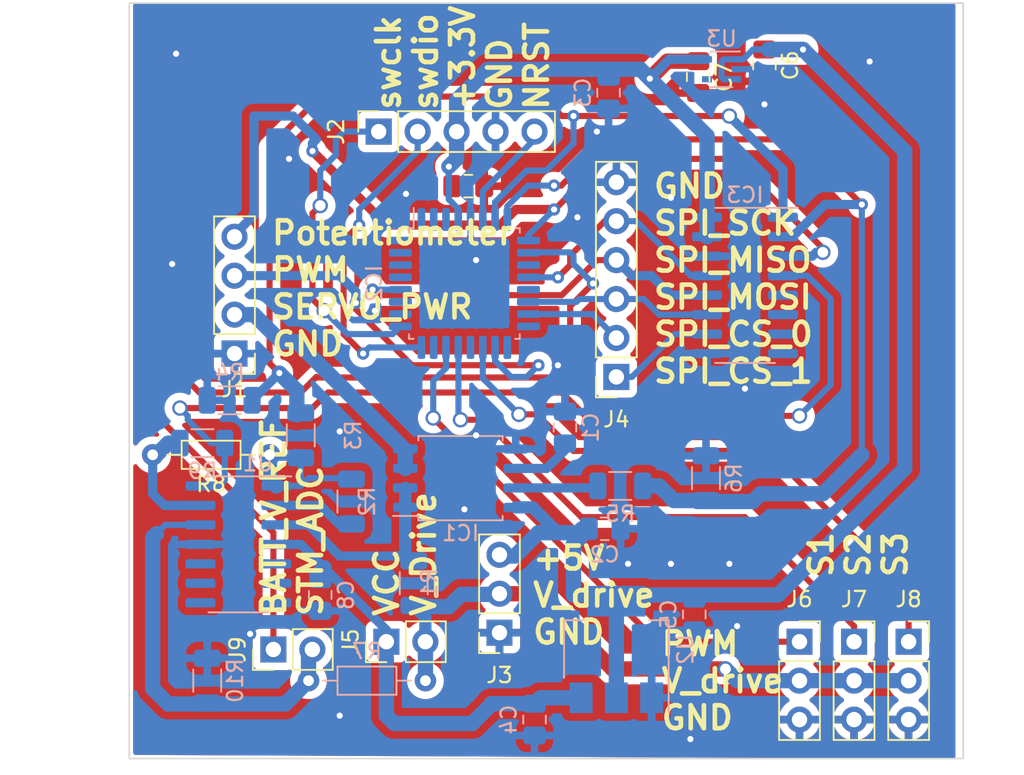
<source format=kicad_pcb>
(kicad_pcb (version 20221018) (generator pcbnew)
  (layers (0 "F.Cu" signal) (31 "B.Cu" signal) (34 "B.Paste" user) (35 "F.Paste" user) (36 "B.SilkS" user "B.Silkscreen") (37 "F.SilkS" user "F.Silkscreen") (38 "B.Mask" user) (39 "F.Mask" user) (44 "Edge.Cuts" user))
  (net 0 "")
  (net 1 "Net-(IC1-FILT)")
  (net 2 "GND")
  (net 3 "+5V")
  (net 4 "+3.3V")
  (net 5 "SWDIO")
  (net 6 "SWCLK")
  (net 7 "NRST")
  (net 8 "Vdrive")
  (net 9 "SERVO_PWR_CS")
  (net 10 "Net-(U1A--)")
  (net 11 "Net-(R2-Pad2)")
  (net 12 "R_CURRENT_SENSOR")
  (net 13 "Net-(IC1-VOUT)")
  (net 14 "HALL_CURRENT_SENSOR")
  (net 15 "SERVO_PWR")
  (net 16 "/SERVO_PWM_1")
  (net 19 "SERVO_POTENTIOMETER")
  (net 20 "V_REF")
  (net 22 "SPI_SCK")
  (net 25 "SPI_MOSI")
  (net 26 "SPI_CS_0")
  (net 30 "/servo/SERVO_PWM_3")
  (net 32 "/servo/SERVO_PWM_2")
  (net 33 "/servo/SERVO_PWM_1")
  (net 36 "SPI_MISO")
  (net 40 "SERVO_PWM")
  (net 41 "R_2_CURRENT_SENSOR")
  (net 46 "SPI_CS_1")
  (net 47 "VCC")
  (net 49 "Net-(J9-Pin_2)")
  (net 50 "Net-(U1D--)")
  (footprint "Capacitor_SMD:C_0805_2012Metric_Pad1.18x1.45mm_HandSolder" (layer "F.Cu") (at 46.228 42.672 180)
    (fp_text reference "C9" hide)
    (fp_text value "10uF")
  )
  (footprint "Connector_PinSocket_2.54mm:PinSocket_1x03_P2.54mm_Vertical" (layer "F.Cu") (at 74.93 72.39)
    (fp_text reference "J8")
    (fp_text value "Conn_01x03_Socket")
  )
  (footprint "Connector_PinSocket_2.54mm:PinSocket_1x06_P2.54mm_Vertical" (layer "F.Cu") (at 55.88 55.118 180)
    (fp_text reference "J4")
    (fp_text value "Conn_01x06_Female" hide)
  )
  (footprint "Capacitor_SMD:C_0805_2012Metric_Pad1.18x1.45mm_HandSolder" (layer "F.Cu") (at 65.532 34.798 -90)
    (fp_text reference "C6")
    (fp_text value "1uF")
  )
  (footprint "Connector_PinSocket_2.54mm:PinSocket_1x03_P2.54mm_Vertical" (layer "F.Cu") (at 67.818 72.39)
    (fp_text reference "J6")
    (fp_text value "Conn_01x03_Socket")
  )
  (footprint "Capacitor_SMD:C_0805_2012Metric_Pad1.18x1.45mm_HandSolder" (layer "F.Cu") (at 61.214 35.56 -90)
    (fp_text reference "C7")
    (fp_text value "1uF")
  )
  (footprint "Connector_PinSocket_2.54mm:PinSocket_1x05_P2.54mm_Vertical" (layer "F.Cu") (at 40.386 39.116 90)
    (fp_text reference "J2")
    (fp_text value "Conn_01x05_Female")
  )
  (footprint "Connector_PinSocket_2.54mm:PinSocket_1x03_P2.54mm_Vertical" (layer "F.Cu") (at 48.26 71.802 180)
    (fp_text reference "J3")
    (fp_text value "Conn_01x03_Female")
  )
  (footprint "Connector_PinHeader_2.54mm:PinHeader_1x02_P2.54mm_Vertical" (layer "F.Cu") (at 40.889 72.39 90)
    (fp_text reference "J5")
    (fp_text value "Conn_01x02_Pin")
  )
  (footprint "Resistor_THT:R_Axial_DIN0204_L3.6mm_D1.6mm_P7.62mm_Horizontal" (layer "F.Cu") (at 33.274 60.198 180)
    (fp_text reference "R8")
    (fp_text value "R")
  )
  (footprint "Connector_PinHeader_2.54mm:PinHeader_1x02_P2.54mm_Vertical" (layer "F.Cu") (at 33.523 72.898 90)
    (fp_text reference "J9")
    (fp_text value "Conn_01x02_Pin")
  )
  (footprint "Connector_PinSocket_2.54mm:PinSocket_1x03_P2.54mm_Vertical" (layer "F.Cu") (at 71.374 72.39)
    (fp_text reference "J7")
    (fp_text value "Conn_01x03_Socket")
  )
  (footprint "Connector_PinHeader_2.54mm:PinHeader_1x04_P2.54mm_Vertical" (layer "F.Cu") (at 30.988 53.594 180)
    (fp_text reference "J1")
    (fp_text value "Conn_01x04_Male")
  )
  (footprint "Package_QFP:LQFP-32_7x7mm_P0.8mm" (layer "B.Cu") (at 45.974 49.022 -90)
    (fp_text reference "IC2")
    (fp_text value "STM32G030K8T6")
  )
  (footprint "Resistor_SMD:R_1206_3216Metric" (layer "B.Cu") (at 56.134 62.23)
    (fp_text reference "R5")
    (fp_text value "R")
  )
  (footprint "Resistor_SMD:R_1206_3216Metric" (layer "B.Cu") (at 38.608 63.246 90)
    (fp_text reference "R2")
    (fp_text value "R")
  )
  (footprint "Capacitor_SMD:C_0805_2012Metric_Pad1.18x1.45mm_HandSolder" (layer "B.Cu") (at 55.118 65.024)
    (fp_text reference "C2")
    (fp_text value "1uF")
  )
  (footprint "Capacitor_SMD:C_0805_2012Metric_Pad1.18x1.45mm_HandSolder" (layer "B.Cu") (at 50.546 77.47 -90)
    (fp_text reference "C4")
    (fp_text value "22uF")
  )
  (footprint "Package_SO:SOIC-16_3.9x9.9mm_P1.27mm" (layer "B.Cu") (at 64.267 49.149 180)
    (fp_text reference "IC3")
    (fp_text value "MCP3008-I_SL")
  )
  (footprint "Resistor_SMD:R_1206_3216Metric" (layer "B.Cu") (at 35.306 58.928 90)
    (fp_text reference "R3")
    (fp_text value "R")
  )
  (footprint "Resistor_SMD:R_1206_3216Metric" (layer "B.Cu") (at 42.672 68.58 90)
    (fp_text reference "R1")
    (fp_text value "R" hide)
  )
  (footprint "Resistor_SMD:R_1206_3216Metric" (layer "B.Cu") (at 30.6725 56.642 180)
    (fp_text reference "R4")
    (fp_text value "R")
  )
  (footprint "Package_TO_SOT_SMD:SOT-353_SC-70-5" (layer "B.Cu") (at 62.738 35.052 180)
    (fp_text reference "U3")
    (fp_text value "LD29150DT33R")
  )
  (footprint "Resistor_SMD:R_1206_3216Metric" (layer "B.Cu") (at 28.8945 59.436)
    (fp_text reference "R9")
    (fp_text value "R")
  )
  (footprint "Resistor_THT:R_Axial_DIN0204_L3.6mm_D1.6mm_P7.62mm_Horizontal" (layer "B.Cu") (at 43.434 74.93 180)
    (fp_text reference "R7")
    (fp_text value "R")
  )
  (footprint "Capacitor_SMD:C_0805_2012Metric_Pad1.18x1.45mm_HandSolder" (layer "B.Cu") (at 52.529 58.42 90)
    (fp_text reference "C1")
    (fp_text value "1nF")
  )
  (footprint "Resistor_SMD:R_1206_3216Metric" (layer "B.Cu") (at 29.21 74.93 90)
    (fp_text reference "R10")
    (fp_text value "R")
  )
  (footprint "Package_SO:SOIC-8_5.275x5.275mm_P1.27mm" (layer "B.Cu") (at 45.72 61.722)
    (fp_text reference "IC1")
    (fp_text value "MCS1802GS-05-Z")
  )
  (footprint "Resistor_SMD:R_1206_3216Metric" (layer "B.Cu") (at 61.722 61.722 90)
    (fp_text reference "R6")
    (fp_text value "R")
  )
  (footprint "Capacitor_SMD:C_0805_2012Metric_Pad1.18x1.45mm_HandSolder" (layer "B.Cu") (at 36.576 69.342 90)
    (fp_text reference "C8")
    (fp_text value "1uF")
  )
  (footprint "Package_SO:SOIC-14_3.9x8.7mm_P1.27mm" (layer "B.Cu") (at 31.242 66.04 180)
    (fp_text reference "U1")
    (fp_text value "LM2902")
  )
  (footprint "Package_TO_SOT_SMD:SOT-223-3_TabPin2" (layer "B.Cu") (at 55.88 72.898 90)
    (fp_text reference "U2")
    (fp_text value "AZ1117CH-5.0TRG1")
  )
  (footprint "Capacitor_SMD:C_0805_2012Metric_Pad1.18x1.45mm_HandSolder" (layer "B.Cu") (at 60.96 70.612 -90)
    (fp_text reference "C5")
    (fp_text value "22uF")
  )
  (footprint "Capacitor_SMD:C_0805_2012Metric_Pad1.18x1.45mm_HandSolder" (layer "B.Cu") (at 55.372 36.576 -90)
    (fp_text reference "C3")
    (fp_text value "0,1uF")
  )
  (gr_rect (start 24.13 30.734) (end 78.486 80.01) (stroke (width 0.1)) (fill none) (layer "Edge.Cuts"))
  (gr_text "BATT_V_REF\nSTM_ADC" (at 36.83 70.866 90) (layer "F.SilkS") (effects (font (size 1.5 1.5) (thickness 0.3) bold) (justify left bottom)))
  (gr_text "S1\nS2\nS3" (at 74.93 68.326 90) (layer "F.SilkS") (effects (font (size 1.5 1.5) (thickness 0.3) bold) (justify left bottom)))
  (gr_text "PWM\nV_drive\nGND" (at 58.674 78.232) (layer "F.SilkS") (effects (font (size 1.5 1.5) (thickness 0.3) bold) (justify left bottom)))
  (gr_text "VCC\nV_Drive\n" (at 44.196 70.866 90) (layer "F.SilkS") (effects (font (size 1.5 1.5) (thickness 0.3) bold) (justify left bottom)))
  (gr_text "+5V\nV_drive\nGND" (at 50.292 72.644) (layer "F.SilkS") (effects (font (size 1.5 1.5) (thickness 0.3) bold) (justify left bottom)))
  (gr_text "Potentiometer\nPWM\nSERVO_PWR\nGND" (at 33.274 53.848) (layer "F.SilkS") (effects (font (size 1.5 1.5) (thickness 0.3) bold) (justify left bottom)))
  (gr_text "GND\nSPI_SCK\nSPI_MISO\nSPI_MOSI\nSPI_CS_0\nSPI_CS_1" (at 58.166 55.626) (layer "F.SilkS") (effects (font (size 1.5 1.5) (thickness 0.3) bold) (justify left bottom)))
  (gr_text "swclk\nswdio\n+3.3V\nGND\nNRST" (at 51.562 37.846 90) (layer "F.SilkS") (effects (font (size 1.5 1.5) (thickness 0.3) bold) (justify left bottom)))
  (segment (start 49.32 61.087) (end 51.337 61.087) (width 0.6) (layer "B.Cu") (net 1))
  (segment (start 51.337 61.087) (end 52.529 59.895) (width 0.6) (layer "B.Cu") (net 1))
  (via (at 46.736 47.498) (size 0.8) (drill 0.4) (layers "F.Cu" "B.Cu") (net 2))
  (via (at 27.178 34.036) (size 0.8) (drill 0.4) (layers "F.Cu" "B.Cu") (net 2))
  (via (at 40.132 50.8) (size 0.8) (drill 0.4) (layers "F.Cu" "B.Cu") (net 2))
  (via (at 37.846 58.674) (size 0.8) (drill 0.4) (layers "F.Cu" "B.Cu") (net 2))
  (via (at 72.39 34.544) (size 0.8) (drill 0.4) (layers "F.Cu" "B.Cu") (net 2))
  (via (at 46.736 58.928) (size 0.8) (drill 0.4) (layers "F.Cu" "B.Cu") (net 2))
  (via (at 59.436 43.434) (size 0.8) (drill 0.4) (layers "F.Cu" "B.Cu") (net 2))
  (via (at 37.846 77.216) (size 0.8) (drill 0.4) (layers "F.Cu" "B.Cu") (net 2))
  (via (at 45.974 63.754) (size 0.8) (drill 0.4) (layers "F.Cu" "B.Cu") (net 2))
  (via (at 64.262 55.88) (size 0.8) (drill 0.4) (layers "F.Cu" "B.Cu") (net 2))
  (via (at 32.004 71.882) (size 0.8) (drill 0.4) (layers "F.Cu" "B.Cu") (net 2))
  (via (at 63.246 67.31) (size 0.8) (drill 0.4) (layers "F.Cu" "B.Cu") (net 2))
  (via (at 53.34 44.704) (size 0.8) (drill 0.4) (layers "F.Cu" "B.Cu") (net 2))
  (via (at 26.924 47.752) (size 0.8) (drill 0.4) (layers "F.Cu" "B.Cu") (net 2))
  (via (at 60.706 78.74) (size 0.8) (drill 0.4) (layers "F.Cu" "B.Cu") (net 2))
  (via (at 63.754 71.374) (size 0.8) (drill 0.4) (layers "F.Cu" "B.Cu") (net 2))
  (via (at 65.532 37.338) (size 0.8) (drill 0.4) (layers "F.Cu" "B.Cu") (net 2))
  (via (at 54.61 39.116) (size 0.8) (drill 0.4) (layers "F.Cu" "B.Cu") (net 2))
  (via (at 42.164 43.18) (size 0.8) (drill 0.4) (layers "F.Cu" "B.Cu") (net 2))
  (via (at 56.642 67.31) (size 0.8) (drill 0.4) (layers "F.Cu" "B.Cu") (net 2))
  (via (at 52.07 54.356) (size 0.8) (drill 0.4) (layers "F.Cu" "B.Cu") (net 2))
  (via (at 59.436 67.31) (size 0.8) (drill 0.4) (layers "F.Cu" "B.Cu") (net 2))
  (via (at 34.544 40.894) (size 0.8) (drill 0.4) (layers "F.Cu" "B.Cu") (net 2))
  (segment (start 46.374 44.847) (end 46.374 46.12) (width 0.4) (layer "B.Cu") (net 2))
  (segment (start 60.706 47.244) (end 60.198 46.736) (width 0.4) (layer "B.Cu") (net 2))
  (segment (start 63.688 35.052) (end 65.0025 35.052) (width 0.4) (layer "B.Cu") (net 2))
  (segment (start 61.792 47.244) (end 60.706 47.244) (width 0.4) (layer "B.Cu") (net 2))
  (segment (start 46.374 44.847) (end 46.374 42.818) (width 0.4) (layer "B.Cu") (net 2))
  (segment (start 65.0025 35.052) (end 65.786 35.8355) (width 0.4) (layer "B.Cu") (net 2))
  (segment (start 46.374 42.818) (end 46.228 42.672) (width 0.4) (layer "B.Cu") (net 2))
  (segment (start 46.374 46.12) (end 46.482 46.228) (width 0.4) (layer "B.Cu") (net 2))
  (segment (start 65.532 33.7605) (end 68.0505 33.7605) (width 1) (layer "F.Cu") (net 3))
  (via (at 68.0505 33.7605) (size 0.8) (drill 0.4) (layers "F.Cu" "B.Cu") (net 3))
  (segment (start 65.786 33.7605) (end 64.7915 33.7605) (width 0.4) (layer "B.Cu") (net 3))
  (segment (start 50.419 63.627) (end 52.07 65.278) (width 0.8) (layer "B.Cu") (net 3))
  (segment (start 49.32 63.627) (end 50.419 63.627) (width 0.8) (layer "B.Cu") (net 3))
  (segment (start 64.15 34.402) (end 63.688 34.402) (width 0.4) (layer "B.Cu") (net 3))
  (segment (start 74.676 40.386) (end 68.0505 33.7605) (width 1) (layer "B.Cu") (net 3))
  (segment (start 53.086 69.342) (end 66.421 69.342) (width 1) (layer "B.Cu") (net 3))
  (segment (start 62.88 35.702) (end 63.688 35.702) (width 0.4) (layer "B.Cu") (net 3))
  (segment (start 53.086 66.0185) (end 53.086 69.342) (width 1) (layer "B.Cu") (net 3))
  (segment (start 62.738 34.544) (end 62.738 35.56) (width 0.4) (layer "B.Cu") (net 3))
  (segment (start 63.688 34.402) (end 62.88 34.402) (width 0.4) (layer "B.Cu") (net 3))
  (segment (start 62.738 35.56) (end 62.88 35.702) (width 0.4) (layer "B.Cu") (net 3))
  (segment (start 74.676 61.087) (end 74.676 40.386) (width 1) (layer "B.Cu") (net 3))
  (segment (start 49.276 66.802) (end 50.8 65.278) (width 1) (layer "B.Cu") (net 3))
  (segment (start 52.07 65.278) (end 52.324 65.278) (width 0.8) (layer "B.Cu") (net 3))
  (segment (start 62.88 34.402) (end 62.738 34.544) (width 0.4) (layer "B.Cu") (net 3))
  (segment (start 64.7915 33.7605) (end 64.15 34.402) (width 0.4) (layer "B.Cu") (net 3))
  (segment (start 55.88 76.302) (end 55.88 70.002) (width 1) (layer "B.Cu") (net 3))
  (segment (start 52.324 65.278) (end 53.389 65.278) (width 1) (layer "B.Cu") (net 3))
  (segment (start 66.421 69.342) (end 74.676 61.087) (width 1) (layer "B.Cu") (net 3))
  (segment (start 53.389 65.278) (end 53.643 65.024) (width 1) (layer "B.Cu") (net 3))
  (segment (start 68.0505 33.7605) (end 65.786 33.7605) (width 1) (layer "B.Cu") (net 3))
  (segment (start 50.8 65.278) (end 52.324 65.278) (width 1) (layer "B.Cu") (net 3))
  (segment (start 54.0805 65.024) (end 53.086 66.0185) (width 1) (layer "B.Cu") (net 3))
  (segment (start 48.26 66.802) (end 49.276 66.802) (width 1) (layer "B.Cu") (net 3))
  (segment (start 44.958 41.402) (end 44.958 42.4395) (width 0.4) (layer "F.Cu") (net 4))
  (segment (start 44.958 42.4395) (end 45.1905 42.672) (width 0.4) (layer "F.Cu") (net 4))
  (segment (start 61.214 34.5225) (end 59.2035 34.5225) (width 1) (layer "F.Cu") (net 4))
  (segment (start 59.2035 34.5225) (end 58.0625 35.6635) (width 1) (layer "F.Cu") (net 4))
  (via (at 44.958 41.402) (size 0.8) (drill 0.4) (layers "F.Cu" "B.Cu") (net 4))
  (via (at 58.0625 35.6635) (size 0.8) (drill 0.4) (layers "F.Cu" "B.Cu") (net 4))
  (segment (start 59.324 34.402) (end 58.0625 35.6635) (width 0.6) (layer "B.Cu") (net 4))
  (segment (start 58.0625 35.6635) (end 61.792 39.393) (width 1) (layer "B.Cu") (net 4))
  (segment (start 44.958 42.164) (end 44.958 43.538538) (width 0.4) (layer "B.Cu") (net 4))
  (segment (start 45.466 39.116) (end 45.466 40.894) (width 1) (layer "B.Cu") (net 4))
  (segment (start 45.466 37.084) (end 47.498 35.052) (width 1) (layer "B.Cu") (net 4))
  (segment (start 44.958 43.538538) (end 45.574 44.154538) (width 0.4) (layer "B.Cu") (net 4))
  (segment (start 45.466 40.894) (end 44.958 41.402) (width 1) (layer "B.Cu") (net 4))
  (segment (start 61.788 34.402) (end 59.324 34.402) (width 0.6) (layer "B.Cu") (net 4))
  (segment (start 44.958 42.164) (end 44.958 41.402) (width 0.4) (layer "B.Cu") (net 4))
  (segment (start 61.792 39.393) (end 61.792 45.974) (width 1) (layer "B.Cu") (net 4))
  (segment (start 57.451 35.052) (end 58.0625 35.6635) (width 1) (layer "B.Cu") (net 4))
  (segment (start 45.466 39.116) (end 45.466 37.084) (width 1) (layer "B.Cu") (net 4))
  (segment (start 47.498 35.052) (end 57.451 35.052) (width 1) (layer "B.Cu") (net 4))
  (segment (start 45.574 44.154538) (end 45.574 44.847) (width 0.4) (layer "B.Cu") (net 4))
  (segment (start 39.116 45.212) (end 38.1 46.228) (width 0.4) (layer "F.Cu") (net 5))
  (segment (start 38.1 52.324) (end 39.37 53.594) (width 0.4) (layer "F.Cu") (net 5))
  (segment (start 38.1 46.228) (end 38.1 52.324) (width 0.4) (layer "F.Cu") (net 5))
  (via (at 39.116 45.212) (size 0.8) (drill 0.4) (layers "F.Cu" "B.Cu") (net 5))
  (via (at 39.37 53.594) (size 0.8) (drill 0.4) (layers "F.Cu" "B.Cu") (net 5))
  (segment (start 39.37 53.594) (end 39.767 53.197) (width 0.4) (layer "B.Cu") (net 5))
  (segment (start 39.116 45.212) (end 39.116 44.196) (width 0.4) (layer "B.Cu") (net 5))
  (segment (start 39.767 53.197) (end 43.174 53.197) (width 0.4) (layer "B.Cu") (net 5))
  (segment (start 39.116 44.196) (end 42.926 40.386) (width 0.4) (layer "B.Cu") (net 5))
  (segment (start 42.926 40.386) (end 42.926 39.116) (width 0.4) (layer "B.Cu") (net 5))
  (segment (start 36.83 50.8) (end 36.068 50.038) (width 0.4) (layer "F.Cu") (net 6))
  (segment (start 36.068 50.038) (end 36.068 44.45) (width 0.4) (layer "F.Cu") (net 6))
  (segment (start 36.068 44.45) (end 36.576 43.942) (width 0.4) (layer "F.Cu") (net 6))
  (via (at 36.83 50.8) (size 1) (drill 0.7) (layers "F.Cu" "B.Cu") (net 6))
  (via (at 36.576 43.942) (size 1) (drill 0.7) (layers "F.Cu" "B.Cu") (net 6))
  (segment (start 36.576 41.656) (end 37.592 40.64) (width 0.4) (layer "B.Cu") (net 6))
  (segment (start 36.83 50.8) (end 38.354 52.324) (width 0.4) (layer "B.Cu") (net 6))
  (segment (start 38.1 39.116) (end 40.386 39.116) (width 0.4) (layer "B.Cu") (net 6))
  (segment (start 36.576 43.942) (end 36.576 41.656) (width 0.4) (layer "B.Cu") (net 6))
  (segment (start 41.297 52.324) (end 41.799 51.822) (width 0.4) (layer "B.Cu") (net 6))
  (segment (start 38.354 52.324) (end 41.297 52.324) (width 0.4) (layer "B.Cu") (net 6))
  (segment (start 37.592 40.64) (end 37.592 39.624) (width 0.4) (layer "B.Cu") (net 6))
  (segment (start 37.592 39.624) (end 38.1 39.116) (width 0.4) (layer "B.Cu") (net 6))
  (segment (start 47.174 42.996) (end 47.174 44.847) (width 0.4) (layer "B.Cu") (net 7))
  (segment (start 50.546 39.116) (end 50.546 39.624) (width 0.4) (layer "B.Cu") (net 7))
  (segment (start 50.546 39.624) (end 47.174 42.996) (width 0.4) (layer "B.Cu") (net 7))
  (segment (start 55.626 74.168) (end 62.992 74.168) (width 1) (layer "F.Cu") (net 8))
  (segment (start 50.72 69.262) (end 55.626 74.168) (width 1) (layer "F.Cu") (net 8))
  (segment (start 48.26 69.262) (end 50.72 69.262) (width 1) (layer "F.Cu") (net 8))
  (via (at 62.992 74.168) (size 1) (drill 0.7) (layers "F.Cu" "B.Cu") (net 8))
  (segment (start 48.26 69.262) (end 48.22 69.302) (width 1) (layer "B.Cu") (net 8))
  (segment (start 63.754 74.93) (end 62.992 74.168) (width 1) (layer "B.Cu") (net 8))
  (segment (start 71.374 74.93) (end 67.818 74.93) (width 1) (layer "B.Cu") (net 8))
  (segment (start 67.818 74.93) (end 63.754 74.93) (width 1) (layer "B.Cu") (net 8))
  (segment (start 43.434 74.93) (end 43.434 72.395) (width 1) (layer "B.Cu") (net 8))
  (segment (start 45.76 69.302) (end 44.958 70.104) (width 1) (layer "B.Cu") (net 8))
  (segment (start 43.434 72.395) (end 43.429 72.39) (width 1) (layer "B.Cu") (net 8))
  (segment (start 74.93 74.93) (end 71.374 74.93) (width 1) (layer "B.Cu") (net 8))
  (segment (start 43.429 70.7995) (end 42.672 70.0425) (width 0.8) (layer "B.Cu") (net 8))
  (segment (start 43.429 73.406) (end 43.429 70.7995) (width 0.8) (layer "B.Cu") (net 8))
  (segment (start 42.7335 70.104) (end 42.672 70.0425) (width 1) (layer "B.Cu") (net 8))
  (segment (start 48.22 69.302) (end 45.76 69.302) (width 1) (layer "B.Cu") (net 8))
  (segment (start 44.958 70.104) (end 42.7335 70.104) (width 1) (layer "B.Cu") (net 8))
  (segment (start 42.12 63.627) (end 42.12 66.592) (width 0.8) (layer "B.Cu") (net 9))
  (segment (start 42.12 62.357) (end 42.12 63.627) (width 0.8) (layer "B.Cu") (net 9))
  (segment (start 42.12 66.592) (end 41.91 66.802) (width 0.8) (layer "B.Cu") (net 9))
  (segment (start 42.3565 66.802) (end 42.672 67.1175) (width 0.6) (layer "B.Cu") (net 9))
  (segment (start 33.717 64.77) (end 35.814 64.77) (width 0.6) (layer "B.Cu") (net 9))
  (segment (start 41.91 66.802) (end 42.3565 66.802) (width 0.6) (layer "B.Cu") (net 9))
  (segment (start 35.814 64.77) (end 37.846 66.802) (width 0.6) (layer "B.Cu") (net 9))
  (segment (start 37.846 66.802) (end 41.91 66.802) (width 0.6) (layer "B.Cu") (net 9))
  (segment (start 36.576 63.5) (end 37.7845 64.7085) (width 0.6) (layer "B.Cu") (net 10))
  (segment (start 37.7845 64.7085) (end 38.608 64.7085) (width 0.6) (layer "B.Cu") (net 10))
  (segment (start 33.717 63.5) (end 36.576 63.5) (width 0.6) (layer "B.Cu") (net 10))
  (segment (start 33.274 60.452) (end 33.274 61.787) (width 1) (layer "B.Cu") (net 11))
  (segment (start 38.5465 61.722) (end 38.608 61.7835) (width 0.4) (layer "B.Cu") (net 11))
  (segment (start 33.274 61.787) (end 33.717 62.23) (width 1) (layer "B.Cu") (net 11))
  (segment (start 35.306 60.3905) (end 35.306 62.23) (width 0.4) (layer "B.Cu") (net 11))
  (segment (start 35.306 60.3905) (end 33.3355 60.3905) (width 0.4) (layer "B.Cu") (net 11))
  (segment (start 33.717 62.23) (end 35.306 62.23) (width 0.4) (layer "B.Cu") (net 11))
  (segment (start 33.3355 60.3905) (end 33.274 60.452) (width 0.4) (layer "B.Cu") (net 11))
  (segment (start 35.306 62.23) (end 35.814 61.722) (width 0.4) (layer "B.Cu") (net 11))
  (segment (start 35.814 61.722) (end 38.5465 61.722) (width 0.4) (layer "B.Cu") (net 11))
  (segment (start 52.324 38.1) (end 52.832 38.1) (width 0.4) (layer "F.Cu") (net 12))
  (segment (start 51.054 36.83) (end 52.324 38.1) (width 0.4) (layer "F.Cu") (net 12))
  (segment (start 36.576 36.83) (end 51.054 36.83) (width 0.4) (layer "F.Cu") (net 12))
  (segment (start 52.832 38.1) (end 63.246 38.1) (width 0.4) (layer "F.Cu") (net 12))
  (segment (start 33.909 54.864) (end 33.274 54.229) (width 0.4) (layer "F.Cu") (net 12))
  (segment (start 33.274 54.229) (end 33.274 40.132) (width 0.4) (layer "F.Cu") (net 12))
  (segment (start 53.086 38.1) (end 52.832 38.1) (width 0.4) (layer "F.Cu") (net 12))
  (segment (start 33.274 40.132) (end 36.576 36.83) (width 0.4) (layer "F.Cu") (net 12))
  (via (at 53.086 38.1) (size 0.8) (drill 0.4) (layers "F.Cu" "B.Cu") (net 12))
  (via (at 63.246 38.1) (size 1) (drill 0.7) (layers "F.Cu" "B.Cu") (net 12))
  (via (at 33.909 54.864) (size 0.8) (drill 0.4) (layers "F.Cu" "B.Cu") (net 12))
  (segment (start 63.246 38.1) (end 66.742 41.596) (width 0.6) (layer "B.Cu") (net 12))
  (segment (start 47.974 43.72) (end 47.974 44.847) (width 0.4) (layer "B.Cu") (net 12))
  (segment (start 53.086 38.1) (end 53.086 39.878) (width 0.4) (layer "B.Cu") (net 12))
  (segment (start 51.308 41.656) (end 50.038 41.656) (width 0.4) (layer "B.Cu") (net 12))
  (segment (start 33.909 54.864) (end 35.052 56.007) (width 1) (layer "B.Cu") (net 12))
  (segment (start 66.742 41.596) (end 66.742 44.704) (width 0.6) (layer "B.Cu") (net 12))
  (segment (start 35.052 56.007) (end 35.052 57.5965) (width 1) (layer "B.Cu") (net 12))
  (segment (start 53.086 39.878) (end 51.308 41.656) (width 0.4) (layer "B.Cu") (net 12))
  (segment (start 33.909 54.868) (end 32.135 56.642) (width 0.6) (layer "B.Cu") (net 12))
  (segment (start 33.909 54.864) (end 33.909 54.868) (width 0.6) (layer "B.Cu") (net 12))
  (segment (start 50.038 41.656) (end 47.974 43.72) (width 0.4) (layer "B.Cu") (net 12))
  (segment (start 49.32 62.357) (end 54.5445 62.357) (width 0.6) (layer "B.Cu") (net 13))
  (segment (start 54.5445 62.357) (end 54.6715 62.23) (width 0.6) (layer "B.Cu") (net 13))
  (segment (start 67.634 39.624) (end 71.882 43.872) (width 0.4) (layer "F.Cu") (net 14))
  (segment (start 55.304336 39.624) (end 67.634 39.624) (width 0.4) (layer "F.Cu") (net 14))
  (segment (start 52.290168 42.638168) (end 55.304336 39.624) (width 0.4) (layer "F.Cu") (net 14))
  (segment (start 51.816 42.638168) (end 52.290168 42.638168) (width 0.4) (layer "F.Cu") (net 14))
  (via (at 51.816 42.638168) (size 0.8) (drill 0.4) (layers "F.Cu" "B.Cu") (net 14))
  (via (at 71.882 43.872) (size 0.8) (drill 0.4) (layers "F.Cu" "B.Cu") (net 14))
  (segment (start 69.342 62.738) (end 65.278 62.738) (width 1) (layer "B.Cu") (net 14))
  (segment (start 50.118832 42.638168) (end 48.774 43.983) (width 0.4) (layer "B.Cu") (net 14))
  (segment (start 66.742 45.974) (end 67.366239 45.974) (width 0.6) (layer "B.Cu") (net 14))
  (segment (start 71.882 43.872) (end 71.882 60.198) (width 0.4) (layer "B.Cu") (net 14))
  (segment (start 65.278 62.738) (end 64.77 63.246) (width 1) (layer "B.Cu") (net 14))
  (segment (start 48.774 43.983) (end 48.774 44.847) (width 0.4) (layer "B.Cu") (net 14))
  (segment (start 69.468239 43.872) (end 71.882 43.872) (width 0.6) (layer "B.Cu") (net 14))
  (segment (start 51.816 42.638168) (end 50.118832 42.638168) (width 0.4) (layer "B.Cu") (net 14))
  (segment (start 71.882 60.198) (end 69.342 62.738) (width 1) (layer "B.Cu") (net 14))
  (segment (start 61.7835 63.246) (end 61.722 63.1845) (width 1) (layer "B.Cu") (net 14))
  (segment (start 67.366239 45.974) (end 69.468239 43.872) (width 0.6) (layer "B.Cu") (net 14))
  (segment (start 64.77 63.246) (end 61.7835 63.246) (width 1) (layer "B.Cu") (net 14))
  (segment (start 59.6285 63.1845) (end 58.674 62.23) (width 1) (layer "B.Cu") (net 14))
  (segment (start 61.722 63.1845) (end 59.6285 63.1845) (width 1) (layer "B.Cu") (net 14))
  (segment (start 58.674 62.23) (end 57.5965 62.23) (width 1) (layer "B.Cu") (net 14))
  (segment (start 32.258 51.054) (end 30.988 51.054) (width 1) (layer "B.Cu") (net 15))
  (segment (start 35.052 52.832) (end 34.036 52.832) (width 1) (layer "B.Cu") (net 15))
  (segment (start 42.12 61.087) (end 42.12 59.9) (width 1) (layer "B.Cu") (net 15))
  (segment (start 34.036 52.832) (end 32.258 51.054) (width 1) (layer "B.Cu") (net 15))
  (segment (start 42.12 59.9) (end 35.052 52.832) (width 1) (layer "B.Cu") (net 15))
  (segment (start 55.165 40.894) (end 63.5 40.894) (width 0.4) (layer "F.Cu") (net 19))
  (segment (start 48.514 45.005) (end 48.514 45.212) (width 0.6) (layer "F.Cu") (net 19))
  (segment (start 63.5 40.894) (end 69.342 46.736) (width 0.4) (layer "F.Cu") (net 19))
  (segment (start 51.816 44.196) (end 51.863 44.196) (width 0.4) (layer "F.Cu") (net 19))
  (segment (start 49.323 44.196) (end 48.514 45.005) (width 0.6) (layer "F.Cu") (net 19))
  (segment (start 51.816 44.196) (end 49.323 44.196) (width 0.6) (layer "F.Cu") (net 19))
  (segment (start 48.514 45.212) (end 40.894 45.212) (width 0.6) (layer "F.Cu") (net 19))
  (segment (start 40.894 45.212) (end 36.068 40.386) (width 0.6) (layer "F.Cu") (net 19))
  (segment (start 69.342 46.736) (end 69.342 46.99) (width 0.4) (layer "F.Cu") (net 19))
  (segment (start 51.863 44.196) (end 55.165 40.894) (width 0.4) (layer "F.Cu") (net 19))
  (via (at 69.342 46.99) (size 1) (drill 0.7) (layers "F.Cu" "B.Cu") (net 19))
  (via (at 36.068 40.386) (size 0.8) (drill 0.4) (layers "F.Cu" "B.Cu") (net 19))
  (via (at 51.816 44.196) (size 0.8) (drill 0.4) (layers "F.Cu" "B.Cu") (net 19))
  (segment (start 32.258 44.559786) (end 30.988 45.829786) (width 0.6) (layer "B.Cu") (net 19))
  (segment (start 68.65 47.244) (end 66.742 47.244) (width 0.6) (layer "B.Cu") (net 19))
  (segment (start 50.149 46.222) (end 50.149 45.863) (width 0.4) (layer "B.Cu") (net 19))
  (segment (start 69.342 46.99) (end 68.904 46.99) (width 0.6) (layer "B.Cu") (net 19))
  (segment (start 68.904 46.99) (end 68.65 47.244) (width 0.6) (layer "B.Cu") (net 19))
  (segment (start 36.322 39.624) (end 36.068 39.878) (width 0.6) (layer "B.Cu") (net 19))
  (segment (start 50.149 45.863) (end 51.816 44.196) (width 0.4) (layer "B.Cu") (net 19))
  (segment (start 32.258 38.1) (end 32.258 44.559786) (width 0.6) (layer "B.Cu") (net 19))
  (segment (start 30.988 45.829786) (end 30.988 45.974) (width 0.6) (layer "B.Cu") (net 19))
  (segment (start 36.068 39.878) (end 36.068 40.386) (width 0.6) (layer "B.Cu") (net 19))
  (segment (start 36.322 39.624) (end 34.798 38.1) (width 0.6) (layer "B.Cu") (net 19))
  (segment (start 34.798 38.1) (end 32.258 38.1) (width 0.6) (layer "B.Cu") (net 19))
  (segment (start 33.523 65.273) (end 25.4 57.15) (width 0.4) (layer "F.Cu") (net 20))
  (segment (start 52.87 54.687371) (end 52.87 50.508) (width 0.4) (layer "F.Cu") (net 20))
  (segment (start 25.4 57.15) (end 25.4 56.388) (width 0.4) (layer "F.Cu") (net 20))
  (segment (start 26.162 55.88) (end 26.416 55.626) (width 0.4) (layer "F.Cu") (net 20))
  (segment (start 28.194 55.626) (end 28.702 56.134) (width 0.4) (layer "F.Cu") (net 20))
  (segment (start 52.401371 55.156) (end 52.87 54.687371) (width 0.4) (layer "F.Cu") (net 20))
  (segment (start 53.848 49.53) (end 54.356 49.022) (width 0.4) (layer "F.Cu") (net 20))
  (segment (start 28.702 56.134) (end 35.306 56.134) (width 0.4) (layer "F.Cu") (net 20))
  (segment (start 52.87 50.508) (end 53.848 49.53) (width 0.4) (layer "F.Cu") (net 20))
  (segment (start 36.36 55.156) (end 52.401371 55.156) (width 0.4) (layer "F.Cu") (net 20))
  (segment (start 26.416 55.626) (end 28.194 55.626) (width 0.4) (layer "F.Cu") (net 20))
  (segment (start 25.4 56.388) (end 25.908 55.88) (width 0.4) (layer "F.Cu") (net 20))
  (segment (start 35.306 56.134) (end 36.322 55.118) (width 0.4) (layer "F.Cu") (net 20))
  (segment (start 25.908 55.88) (end 26.162 55.88) (width 0.4) (layer "F.Cu") (net 20))
  (segment (start 33.523 72.898) (end 33.523 65.273) (width 0.4) (layer "F.Cu") (net 20))
  (segment (start 36.322 55.118) (end 36.36 55.156) (width 0.4) (layer "F.Cu") (net 20))
  (via (at 54.356 49.022) (size 0.8) (drill 0.4) (layers "F.Cu" "B.Cu") (net 20))
  (segment (start 54.356 49.022) (end 53.086 47.752) (width 0.4) (layer "B.Cu") (net 20))
  (segment (start 52.07 46.99) (end 50.181 46.99) (width 0.4) (layer "B.Cu") (net 20))
  (segment (start 53.086 47.244) (end 52.832 46.99) (width 0.4) (layer "B.Cu") (net 20))
  (segment (start 52.832 46.99) (end 52.07 46.99) (width 0.4) (layer "B.Cu") (net 20))
  (segment (start 53.086 47.752) (end 53.086 47.244) (width 0.4) (layer "B.Cu") (net 20))
  (segment (start 50.181 46.99) (end 50.149 47.022) (width 0.4) (layer "B.Cu") (net 20))
  (segment (start 55.118 44.958) (end 52.87 47.206) (width 0.4) (layer "F.Cu") (net 22))
  (segment (start 52.87 47.206) (end 52.87 47.8225) (width 0.4) (layer "F.Cu") (net 22))
  (segment (start 55.88 44.958) (end 55.118 44.958) (width 0.4) (layer "F.Cu") (net 22))
  (segment (start 52.87 47.8225) (end 52.07 48.6225) (width 0.4) (layer "F.Cu") (net 22))
  (via (at 52.07 48.6225) (size 0.8) (drill 0.4) (layers "F.Cu" "B.Cu") (net 22))
  (segment (start 57.185 44.958) (end 55.88 44.958) (width 0.4) (layer "B.Cu") (net 22))
  (segment (start 52.07 48.6225) (end 50.1495 48.6225) (width 0.4) (layer "B.Cu") (net 22))
  (segment (start 50.1495 48.6225) (end 50.149 48.622) (width 0.4) (layer "B.Cu") (net 22))
  (segment (start 60.741 48.514) (end 57.185 44.958) (width 0.4) (layer "B.Cu") (net 22))
  (segment (start 61.792 48.514) (end 60.741 48.514) (width 0.4) (layer "B.Cu") (net 22))
  (segment (start 55.88 50.038) (end 57.658 50.038) (width 0.4) (layer "B.Cu") (net 25))
  (segment (start 50.149 50.222) (end 53.283 50.222) (width 0.4) (layer "B.Cu") (net 25))
  (segment (start 53.283 50.222) (end 53.467 50.038) (width 0.4) (layer "B.Cu") (net 25))
  (segment (start 58.674 51.054) (end 61.792 51.054) (width 0.4) (layer "B.Cu") (net 25))
  (segment (start 53.467 50.038) (end 55.88 50.038) (width 0.4) (layer "B.Cu") (net 25))
  (segment (start 57.658 50.038) (end 58.674 51.054) (width 0.4) (layer "B.Cu") (net 25))
  (segment (start 50.149 51.022) (end 54.324 51.022) (width 0.4) (layer "B.Cu") (net 26))
  (segment (start 54.324 51.022) (end 55.88 52.578) (width 0.4) (layer "B.Cu") (net 26))
  (segment (start 65.786 59.944) (end 74.93 69.088) (width 0.4) (layer "F.Cu") (net 30))
  (segment (start 49.53 57.560404) (end 50.702404 57.560404) (width 0.4) (layer "F.Cu") (net 30))
  (segment (start 50.702404 57.560404) (end 53.086 59.944) (width 0.4) (layer "F.Cu") (net 30))
  (segment (start 53.086 59.944) (end 65.786 59.944) (width 0.4) (layer "F.Cu") (net 30))
  (segment (start 74.93 69.088) (end 74.93 72.39) (width 0.4) (layer "F.Cu") (net 30))
  (via (at 49.53 57.560404) (size 1) (drill 0.7) (layers "F.Cu" "B.Cu") (net 30))
  (segment (start 47.174 55.204404) (end 47.174 53.197) (width 0.4) (layer "B.Cu") (net 30))
  (segment (start 49.53 57.560404) (end 47.174 55.204404) (width 0.4) (layer "B.Cu") (net 30))
  (segment (start 53.594 64.262) (end 64.262 64.262) (width 0.4) (layer "F.Cu") (net 32))
  (segment (start 64.262 64.262) (end 71.374 71.374) (width 0.4) (layer "F.Cu") (net 32))
  (segment (start 71.374 71.374) (end 71.374 72.39) (width 0.4) (layer "F.Cu") (net 32))
  (segment (start 47.244 57.912) (end 53.594 64.262) (width 0.4) (layer "F.Cu") (net 32))
  (segment (start 45.72 57.912) (end 47.244 57.912) (width 0.4) (layer "F.Cu") (net 32))
  (via (at 45.72 57.912) (size 1) (drill 0.7) (layers "F.Cu" "B.Cu") (net 32))
  (segment (start 45.586377 57.778377) (end 45.586377 53.209377) (width 0.4) (layer "B.Cu") (net 32))
  (segment (start 45.72 57.912) (end 45.586377 57.778377) (width 0.4) (layer "B.Cu") (net 32))
  (segment (start 45.586377 53.209377) (end 45.574 53.197) (width 0.4) (layer "B.Cu") (net 32))
  (segment (start 43.942 57.7955) (end 58.5365 72.39) (width 0.4) (layer "F.Cu") (net 33))
  (segment (start 58.5365 72.39) (end 67.818 72.39) (width 0.4) (layer "F.Cu") (net 33))
  (via (at 43.942 57.7955) (size 1) (drill 0.7) (layers "F.Cu" "B.Cu") (net 33))
  (segment (start 43.942 57.7955) (end 43.942 55.372) (width 0.4) (layer "B.Cu") (net 33))
  (segment (start 43.942 55.372) (end 44.774 54.54) (width 0.4) (layer "B.Cu") (net 33))
  (segment (start 44.774 54.54) (end 44.774 53.197) (width 0.4) (layer "B.Cu") (net 33))
  (segment (start 52.324 49.784) (end 54.61 47.498) (width 0.4) (layer "F.Cu") (net 36))
  (segment (start 54.61 47.498) (end 55.88 47.498) (width 0.4) (layer "F.Cu") (net 36))
  (segment (start 40.348 49.784) (end 52.324 49.784) (width 0.4) (layer "F.Cu") (net 36))
  (segment (start 39.986 49.422) (end 40.348 49.784) (width 0.4) (layer "F.Cu") (net 36))
  (via (at 39.986 49.422) (size 0.8) (drill 0.4) (layers "F.Cu" "B.Cu") (net 36))
  (segment (start 56.896 48.514) (end 55.88 47.498) (width 0.6) (layer "B.Cu") (net 36))
  (segment (start 58.166 48.514) (end 59.436 49.784) (width 0.6) (layer "B.Cu") (net 36))
  (segment (start 39.986 49.422) (end 41.799 49.422) (width 0.4) (layer "B.Cu") (net 36))
  (segment (start 59.436 49.784) (end 61.792 49.784) (width 0.6) (layer "B.Cu") (net 36))
  (segment (start 58.166 48.514) (end 56.896 48.514) (width 0.6) (layer "B.Cu") (net 36))
  (segment (start 38.8995 50.698871) (end 38.8995 50.292) (width 0.4) (layer "F.Cu") (net 40))
  (segment (start 42.556629 54.356) (end 38.8995 50.698871) (width 0.4) (layer "F.Cu") (net 40))
  (segment (start 50.8 54.356) (end 42.556629 54.356) (width 0.4) (layer "F.Cu") (net 40))
  (via (at 38.8995 50.292) (size 0.8) (drill 0.4) (layers "F.Cu" "B.Cu") (net 40))
  (via (at 50.8 54.356) (size 0.8) (drill 0.4) (layers "F.Cu" "B.Cu") (net 40))
  (segment (start 49.022 55.118) (end 50.038 55.118) (width 0.4) (layer "B.Cu") (net 40))
  (segment (start 47.974 53.197) (end 47.974 54.07) (width 0.4) (layer "B.Cu") (net 40))
  (segment (start 37.846 48.514) (end 30.988 48.514) (width 0.6) (layer "B.Cu") (net 40))
  (segment (start 38.8995 49.5675) (end 38.8995 50.292) (width 0.6) (layer "B.Cu") (net 40))
  (segment (start 50.038 55.118) (end 50.8 54.356) (width 0.4) (layer "B.Cu") (net 40))
  (segment (start 37.846 48.514) (end 38.8995 49.5675) (width 0.6) (layer "B.Cu") (net 40))
  (segment (start 47.974 54.07) (end 49.022 55.118) (width 0.4) (layer "B.Cu") (net 40))
  (segment (start 27.432 57.15) (end 36.068 57.15) (width 0.4) (layer "F.Cu") (net 41))
  (segment (start 52.324 56.134) (end 53.848 57.658) (width 0.4) (layer "F.Cu") (net 41))
  (segment (start 36.068 57.15) (end 37.084 56.134) (width 0.4) (layer "F.Cu") (net 41))
  (segment (start 37.084 56.134) (end 52.324 56.134) (width 0.4) (layer "F.Cu") (net 41))
  (segment (start 53.848 57.658) (end 67.818 57.658) (width 0.4) (layer "F.Cu") (net 41))
  (via (at 27.432 57.15) (size 1) (drill 0.7) (layers "F.Cu" "B.Cu") (net 41))
  (via (at 67.818 57.658) (size 1) (drill 0.7) (layers "F.Cu" "B.Cu") (net 41))
  (segment (start 29.972 62.23) (end 28.767 62.23) (width 0.4) (layer "B.Cu") (net 41))
  (segment (start 27.94 57.912) (end 29.464 59.436) (width 0.4) (layer "B.Cu") (net 41))
  (segment (start 66.742 48.514) (end 68.326 48.514) (width 0.4) (layer "B.Cu") (net 41))
  (segment (start 69.85 55.626) (end 67.818 57.658) (width 0.4) (layer "B.Cu") (net 41))
  (segment (start 27.432 57.15) (end 27.94 57.658) (width 0.4) (layer "B.Cu") (net 41))
  (segment (start 69.85 50.038) (end 69.85 55.626) (width 0.4) (layer "B.Cu") (net 41))
  (segment (start 68.326 48.514) (end 69.85 50.038) (width 0.4) (layer "B.Cu") (net 41))
  (segment (start 29.464 59.436) (end 30.357 59.436) (width 0.4) (layer "B.Cu") (net 41))
  (segment (start 27.94 57.658) (end 27.94 57.912) (width 0.4) (layer "B.Cu") (net 41))
  (segment (start 30.357 61.845) (end 29.972 62.23) (width 0.4) (layer "B.Cu") (net 41))
  (segment (start 30.357 59.436) (end 30.357 61.845) (width 0.4) (layer "B.Cu") (net 41))
  (segment (start 56.896 55.118) (end 55.88 55.118) (width 0.4) (layer "B.Cu") (net 46))
  (segment (start 59.69 52.324) (end 56.896 55.118) (width 0.4) (layer "B.Cu") (net 46))
  (segment (start 61.792 52.324) (end 59.69 52.324) (width 0.4) (layer "B.Cu") (net 46))
  (segment (start 50.9305 76.048) (end 50.546 76.4325) (width 1) (layer "B.Cu") (net 47))
  (segment (start 53.58 76.048) (end 50.9305 76.048) (width 1) (layer "B.Cu") (net 47))
  (segment (start 47.7305 76.4325) (end 50.546 76.4325) (width 1) (layer "B.Cu") (net 47))
  (segment (start 37.846 68.58) (end 40.889 71.623) (width 0.6) (layer "B.Cu") (net 47))
  (segment (start 40.889 71.623) (end 40.889 73.406) (width 0.6) (layer "B.Cu") (net 47))
  (segment (start 46.482 77.724) (end 47.7305 76.4755) (width 1) (layer "B.Cu") (net 47))
  (segment (start 36.576 68.3045) (end 36.576 67.818) (width 1) (layer "B.Cu") (net 47))
  (segment (start 36.576 67.818) (end 36.83 67.564) (width 1) (layer "B.Cu") (net 47))
  (segment (start 35.306 66.04) (end 36.83 67.564) (width 0.6) (layer "B.Cu") (net 47))
  (segment (start 40.889 77.211) (end 41.402 77.724) (width 1) (layer "B.Cu") (net 47))
  (segment (start 33.717 66.04) (end 35.306 66.04) (width 0.6) (layer "B.Cu") (net 47))
  (segment (start 40.889 73.406) (end 40.889 77.211) (width 1) (layer "B.Cu") (net 47))
  (segment (start 41.402 77.724) (end 46.482 77.724) (width 1) (layer "B.Cu") (net 47))
  (segment (start 36.83 67.564) (end 37.846 68.58) (width 0.6) (layer "B.Cu") (net 47))
  (segment (start 47.7305 76.4755) (end 47.7305 76.4325) (width 1) (layer "B.Cu") (net 47))
  (segment (start 35.814 73.147) (end 36.063 72.898) (width 1) (layer "B.Cu") (net 49))
  (segment (start 26.4775 64.77) (end 25.908 65.3395) (width 0.4) (layer "B.Cu") (net 49))
  (segment (start 25.654 75.438) (end 25.654 65.5935) (width 1) (layer "B.Cu") (net 49))
  (segment (start 35.814 74.93) (end 34.29 76.454) (width 1) (layer "B.Cu") (net 49))
  (segment (start 28.767 64.77) (end 26.4775 64.77) (width 0.4) (layer "B.Cu") (net 49))
  (segment (start 35.814 74.93) (end 35.814 73.147) (width 1) (layer "B.Cu") (net 49))
  (segment (start 26.67 76.454) (end 25.654 75.438) (width 1) (layer "B.Cu") (net 49))
  (segment (start 25.654 65.5935) (end 25.908 65.3395) (width 1) (layer "B.Cu") (net 49))
  (segment (start 34.29 76.454) (end 26.67 76.454) (width 1) (layer "B.Cu") (net 49))
  (segment (start 26.67 59.436) (end 25.654 60.452) (width 1) (layer "B.Cu") (net 50))
  (segment (start 25.654 60.452) (end 25.654 62.738) (width 0.6) (layer "B.Cu") (net 50))
  (segment (start 26.416 63.5) (end 28.767 63.5) (width 0.6) (layer "B.Cu") (net 50))
  (segment (start 27.432 59.436) (end 26.67 59.436) (width 1) (layer "B.Cu") (net 50))
  (segment (start 25.654 62.738) (end 26.416 63.5) (width 0.6) (layer "B.Cu") (net 50))
  (zone (net 2) (net_name "GND") (layers "F&B.Cu") (connect_pads (clearance 0.5)) (min_thickness 0.3) (fill yes (thermal_gap 0.5) (thermal_bridge_width 0.5))
    (polygon (pts (xy 77.978 30.749479) (xy 77.978 80.025479) (xy 24.384 79.771479) (xy 24.384 30.749479)))
  )
)
</source>
